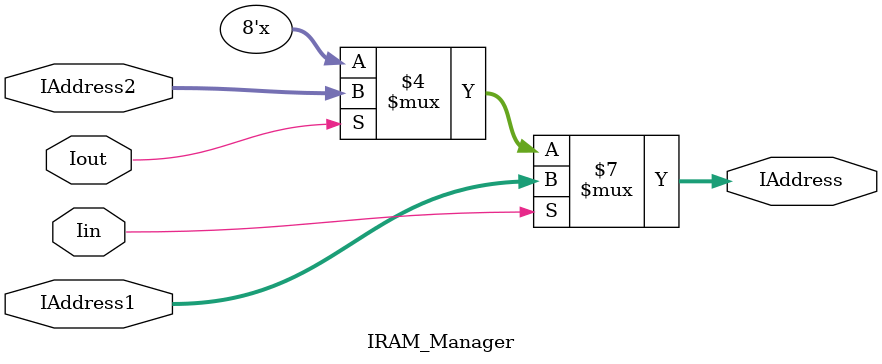
<source format=v>
module IRAM_Manager(
	input [7:0] IAddress1,IAddress2,
	input Iin,Iout,
	output [7:0] IAddress,
	);
	
	always @(*)
	begin
	if (Iin==1)
		IAddress<=IAddress1;
	else if(Iout==1)
		IAddress<=IAddress2;
	end
	
endmodule

	
</source>
